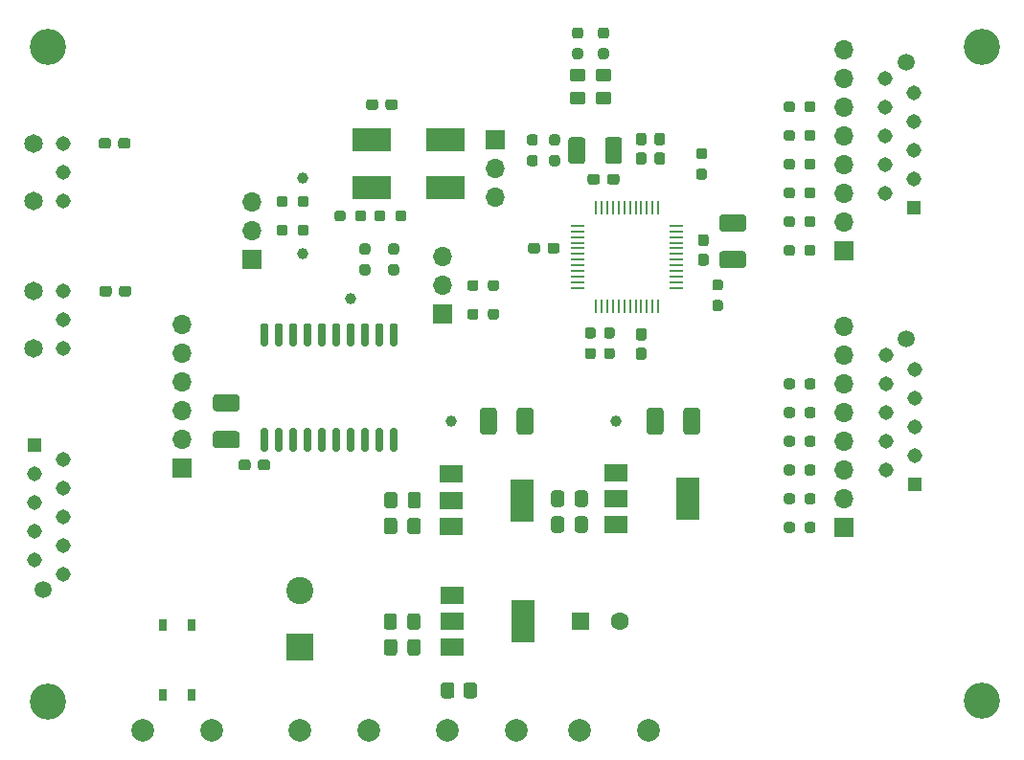
<source format=gbr>
G04 #@! TF.GenerationSoftware,KiCad,Pcbnew,(5.1.9-0-10_14)*
G04 #@! TF.CreationDate,2021-03-22T16:22:46+01:00*
G04 #@! TF.ProjectId,dac,6461632e-6b69-4636-9164-5f7063625858,rev?*
G04 #@! TF.SameCoordinates,Original*
G04 #@! TF.FileFunction,Soldermask,Top*
G04 #@! TF.FilePolarity,Negative*
%FSLAX46Y46*%
G04 Gerber Fmt 4.6, Leading zero omitted, Abs format (unit mm)*
G04 Created by KiCad (PCBNEW (5.1.9-0-10_14)) date 2021-03-22 16:22:46*
%MOMM*%
%LPD*%
G01*
G04 APERTURE LIST*
%ADD10C,1.308000*%
%ADD11C,1.650000*%
%ADD12C,2.000000*%
%ADD13C,1.000000*%
%ADD14R,1.308000X1.308000*%
%ADD15C,1.500000*%
%ADD16O,1.700000X1.700000*%
%ADD17R,1.700000X1.700000*%
%ADD18R,2.000000X1.500000*%
%ADD19R,2.000000X3.800000*%
%ADD20R,3.500000X2.000000*%
%ADD21C,1.600000*%
%ADD22R,1.600000X1.600000*%
%ADD23C,3.200000*%
%ADD24R,0.800000X1.000000*%
%ADD25C,2.400000*%
%ADD26R,2.400000X2.400000*%
%ADD27R,1.300000X0.250000*%
%ADD28R,0.250000X1.300000*%
G04 APERTURE END LIST*
D10*
X115025000Y-83185000D03*
X115025000Y-85725000D03*
X115025000Y-88265000D03*
D11*
X112395000Y-88265000D03*
X112395000Y-83185000D03*
D10*
X115025000Y-70104000D03*
X115025000Y-72644000D03*
X115025000Y-75184000D03*
D11*
X112395000Y-75184000D03*
X112395000Y-70104000D03*
G36*
G01*
X180527000Y-94154000D02*
X180527000Y-93679000D01*
G75*
G02*
X180764500Y-93441500I237500J0D01*
G01*
X181264500Y-93441500D01*
G75*
G02*
X181502000Y-93679000I0J-237500D01*
G01*
X181502000Y-94154000D01*
G75*
G02*
X181264500Y-94391500I-237500J0D01*
G01*
X180764500Y-94391500D01*
G75*
G02*
X180527000Y-94154000I0J237500D01*
G01*
G37*
G36*
G01*
X178702000Y-94154000D02*
X178702000Y-93679000D01*
G75*
G02*
X178939500Y-93441500I237500J0D01*
G01*
X179439500Y-93441500D01*
G75*
G02*
X179677000Y-93679000I0J-237500D01*
G01*
X179677000Y-94154000D01*
G75*
G02*
X179439500Y-94391500I-237500J0D01*
G01*
X178939500Y-94391500D01*
G75*
G02*
X178702000Y-94154000I0J237500D01*
G01*
G37*
G36*
G01*
X180527000Y-91614000D02*
X180527000Y-91139000D01*
G75*
G02*
X180764500Y-90901500I237500J0D01*
G01*
X181264500Y-90901500D01*
G75*
G02*
X181502000Y-91139000I0J-237500D01*
G01*
X181502000Y-91614000D01*
G75*
G02*
X181264500Y-91851500I-237500J0D01*
G01*
X180764500Y-91851500D01*
G75*
G02*
X180527000Y-91614000I0J237500D01*
G01*
G37*
G36*
G01*
X178702000Y-91614000D02*
X178702000Y-91139000D01*
G75*
G02*
X178939500Y-90901500I237500J0D01*
G01*
X179439500Y-90901500D01*
G75*
G02*
X179677000Y-91139000I0J-237500D01*
G01*
X179677000Y-91614000D01*
G75*
G02*
X179439500Y-91851500I-237500J0D01*
G01*
X178939500Y-91851500D01*
G75*
G02*
X178702000Y-91614000I0J237500D01*
G01*
G37*
G36*
G01*
X179677000Y-96219000D02*
X179677000Y-96694000D01*
G75*
G02*
X179439500Y-96931500I-237500J0D01*
G01*
X178939500Y-96931500D01*
G75*
G02*
X178702000Y-96694000I0J237500D01*
G01*
X178702000Y-96219000D01*
G75*
G02*
X178939500Y-95981500I237500J0D01*
G01*
X179439500Y-95981500D01*
G75*
G02*
X179677000Y-96219000I0J-237500D01*
G01*
G37*
G36*
G01*
X181502000Y-96219000D02*
X181502000Y-96694000D01*
G75*
G02*
X181264500Y-96931500I-237500J0D01*
G01*
X180764500Y-96931500D01*
G75*
G02*
X180527000Y-96694000I0J237500D01*
G01*
X180527000Y-96219000D01*
G75*
G02*
X180764500Y-95981500I237500J0D01*
G01*
X181264500Y-95981500D01*
G75*
G02*
X181502000Y-96219000I0J-237500D01*
G01*
G37*
G36*
G01*
X179677000Y-98759000D02*
X179677000Y-99234000D01*
G75*
G02*
X179439500Y-99471500I-237500J0D01*
G01*
X178939500Y-99471500D01*
G75*
G02*
X178702000Y-99234000I0J237500D01*
G01*
X178702000Y-98759000D01*
G75*
G02*
X178939500Y-98521500I237500J0D01*
G01*
X179439500Y-98521500D01*
G75*
G02*
X179677000Y-98759000I0J-237500D01*
G01*
G37*
G36*
G01*
X181502000Y-98759000D02*
X181502000Y-99234000D01*
G75*
G02*
X181264500Y-99471500I-237500J0D01*
G01*
X180764500Y-99471500D01*
G75*
G02*
X180527000Y-99234000I0J237500D01*
G01*
X180527000Y-98759000D01*
G75*
G02*
X180764500Y-98521500I237500J0D01*
G01*
X181264500Y-98521500D01*
G75*
G02*
X181502000Y-98759000I0J-237500D01*
G01*
G37*
G36*
G01*
X179677000Y-101299000D02*
X179677000Y-101774000D01*
G75*
G02*
X179439500Y-102011500I-237500J0D01*
G01*
X178939500Y-102011500D01*
G75*
G02*
X178702000Y-101774000I0J237500D01*
G01*
X178702000Y-101299000D01*
G75*
G02*
X178939500Y-101061500I237500J0D01*
G01*
X179439500Y-101061500D01*
G75*
G02*
X179677000Y-101299000I0J-237500D01*
G01*
G37*
G36*
G01*
X181502000Y-101299000D02*
X181502000Y-101774000D01*
G75*
G02*
X181264500Y-102011500I-237500J0D01*
G01*
X180764500Y-102011500D01*
G75*
G02*
X180527000Y-101774000I0J237500D01*
G01*
X180527000Y-101299000D01*
G75*
G02*
X180764500Y-101061500I237500J0D01*
G01*
X181264500Y-101061500D01*
G75*
G02*
X181502000Y-101299000I0J-237500D01*
G01*
G37*
G36*
G01*
X179677000Y-103839000D02*
X179677000Y-104314000D01*
G75*
G02*
X179439500Y-104551500I-237500J0D01*
G01*
X178939500Y-104551500D01*
G75*
G02*
X178702000Y-104314000I0J237500D01*
G01*
X178702000Y-103839000D01*
G75*
G02*
X178939500Y-103601500I237500J0D01*
G01*
X179439500Y-103601500D01*
G75*
G02*
X179677000Y-103839000I0J-237500D01*
G01*
G37*
G36*
G01*
X181502000Y-103839000D02*
X181502000Y-104314000D01*
G75*
G02*
X181264500Y-104551500I-237500J0D01*
G01*
X180764500Y-104551500D01*
G75*
G02*
X180527000Y-104314000I0J237500D01*
G01*
X180527000Y-103839000D01*
G75*
G02*
X180764500Y-103601500I237500J0D01*
G01*
X181264500Y-103601500D01*
G75*
G02*
X181502000Y-103839000I0J-237500D01*
G01*
G37*
G36*
G01*
X140800000Y-76755000D02*
X140800000Y-76280000D01*
G75*
G02*
X141037500Y-76042500I237500J0D01*
G01*
X141537500Y-76042500D01*
G75*
G02*
X141775000Y-76280000I0J-237500D01*
G01*
X141775000Y-76755000D01*
G75*
G02*
X141537500Y-76992500I-237500J0D01*
G01*
X141037500Y-76992500D01*
G75*
G02*
X140800000Y-76755000I0J237500D01*
G01*
G37*
G36*
G01*
X138975000Y-76755000D02*
X138975000Y-76280000D01*
G75*
G02*
X139212500Y-76042500I237500J0D01*
G01*
X139712500Y-76042500D01*
G75*
G02*
X139950000Y-76280000I0J-237500D01*
G01*
X139950000Y-76755000D01*
G75*
G02*
X139712500Y-76992500I-237500J0D01*
G01*
X139212500Y-76992500D01*
G75*
G02*
X138975000Y-76755000I0J237500D01*
G01*
G37*
G36*
G01*
X144339500Y-76755000D02*
X144339500Y-76280000D01*
G75*
G02*
X144577000Y-76042500I237500J0D01*
G01*
X145077000Y-76042500D01*
G75*
G02*
X145314500Y-76280000I0J-237500D01*
G01*
X145314500Y-76755000D01*
G75*
G02*
X145077000Y-76992500I-237500J0D01*
G01*
X144577000Y-76992500D01*
G75*
G02*
X144339500Y-76755000I0J237500D01*
G01*
G37*
G36*
G01*
X142514500Y-76755000D02*
X142514500Y-76280000D01*
G75*
G02*
X142752000Y-76042500I237500J0D01*
G01*
X143252000Y-76042500D01*
G75*
G02*
X143489500Y-76280000I0J-237500D01*
G01*
X143489500Y-76755000D01*
G75*
G02*
X143252000Y-76992500I-237500J0D01*
G01*
X142752000Y-76992500D01*
G75*
G02*
X142514500Y-76755000I0J237500D01*
G01*
G37*
G36*
G01*
X173084500Y-83115600D02*
X172609500Y-83115600D01*
G75*
G02*
X172372000Y-82878100I0J237500D01*
G01*
X172372000Y-82378100D01*
G75*
G02*
X172609500Y-82140600I237500J0D01*
G01*
X173084500Y-82140600D01*
G75*
G02*
X173322000Y-82378100I0J-237500D01*
G01*
X173322000Y-82878100D01*
G75*
G02*
X173084500Y-83115600I-237500J0D01*
G01*
G37*
G36*
G01*
X173084500Y-84940600D02*
X172609500Y-84940600D01*
G75*
G02*
X172372000Y-84703100I0J237500D01*
G01*
X172372000Y-84203100D01*
G75*
G02*
X172609500Y-83965600I237500J0D01*
G01*
X173084500Y-83965600D01*
G75*
G02*
X173322000Y-84203100I0J-237500D01*
G01*
X173322000Y-84703100D01*
G75*
G02*
X173084500Y-84940600I-237500J0D01*
G01*
G37*
G36*
G01*
X156701500Y-70290500D02*
X156226500Y-70290500D01*
G75*
G02*
X155989000Y-70053000I0J237500D01*
G01*
X155989000Y-69553000D01*
G75*
G02*
X156226500Y-69315500I237500J0D01*
G01*
X156701500Y-69315500D01*
G75*
G02*
X156939000Y-69553000I0J-237500D01*
G01*
X156939000Y-70053000D01*
G75*
G02*
X156701500Y-70290500I-237500J0D01*
G01*
G37*
G36*
G01*
X156701500Y-72115500D02*
X156226500Y-72115500D01*
G75*
G02*
X155989000Y-71878000I0J237500D01*
G01*
X155989000Y-71378000D01*
G75*
G02*
X156226500Y-71140500I237500J0D01*
G01*
X156701500Y-71140500D01*
G75*
G02*
X156939000Y-71378000I0J-237500D01*
G01*
X156939000Y-71878000D01*
G75*
G02*
X156701500Y-72115500I-237500J0D01*
G01*
G37*
G36*
G01*
X158670000Y-70290500D02*
X158195000Y-70290500D01*
G75*
G02*
X157957500Y-70053000I0J237500D01*
G01*
X157957500Y-69553000D01*
G75*
G02*
X158195000Y-69315500I237500J0D01*
G01*
X158670000Y-69315500D01*
G75*
G02*
X158907500Y-69553000I0J-237500D01*
G01*
X158907500Y-70053000D01*
G75*
G02*
X158670000Y-70290500I-237500J0D01*
G01*
G37*
G36*
G01*
X158670000Y-72115500D02*
X158195000Y-72115500D01*
G75*
G02*
X157957500Y-71878000I0J237500D01*
G01*
X157957500Y-71378000D01*
G75*
G02*
X158195000Y-71140500I237500J0D01*
G01*
X158670000Y-71140500D01*
G75*
G02*
X158907500Y-71378000I0J-237500D01*
G01*
X158907500Y-71878000D01*
G75*
G02*
X158670000Y-72115500I-237500J0D01*
G01*
G37*
G36*
G01*
X179677000Y-71708000D02*
X179677000Y-72183000D01*
G75*
G02*
X179439500Y-72420500I-237500J0D01*
G01*
X178939500Y-72420500D01*
G75*
G02*
X178702000Y-72183000I0J237500D01*
G01*
X178702000Y-71708000D01*
G75*
G02*
X178939500Y-71470500I237500J0D01*
G01*
X179439500Y-71470500D01*
G75*
G02*
X179677000Y-71708000I0J-237500D01*
G01*
G37*
G36*
G01*
X181502000Y-71708000D02*
X181502000Y-72183000D01*
G75*
G02*
X181264500Y-72420500I-237500J0D01*
G01*
X180764500Y-72420500D01*
G75*
G02*
X180527000Y-72183000I0J237500D01*
G01*
X180527000Y-71708000D01*
G75*
G02*
X180764500Y-71470500I237500J0D01*
G01*
X181264500Y-71470500D01*
G75*
G02*
X181502000Y-71708000I0J-237500D01*
G01*
G37*
G36*
G01*
X179677000Y-74248000D02*
X179677000Y-74723000D01*
G75*
G02*
X179439500Y-74960500I-237500J0D01*
G01*
X178939500Y-74960500D01*
G75*
G02*
X178702000Y-74723000I0J237500D01*
G01*
X178702000Y-74248000D01*
G75*
G02*
X178939500Y-74010500I237500J0D01*
G01*
X179439500Y-74010500D01*
G75*
G02*
X179677000Y-74248000I0J-237500D01*
G01*
G37*
G36*
G01*
X181502000Y-74248000D02*
X181502000Y-74723000D01*
G75*
G02*
X181264500Y-74960500I-237500J0D01*
G01*
X180764500Y-74960500D01*
G75*
G02*
X180527000Y-74723000I0J237500D01*
G01*
X180527000Y-74248000D01*
G75*
G02*
X180764500Y-74010500I237500J0D01*
G01*
X181264500Y-74010500D01*
G75*
G02*
X181502000Y-74248000I0J-237500D01*
G01*
G37*
G36*
G01*
X179677000Y-76788000D02*
X179677000Y-77263000D01*
G75*
G02*
X179439500Y-77500500I-237500J0D01*
G01*
X178939500Y-77500500D01*
G75*
G02*
X178702000Y-77263000I0J237500D01*
G01*
X178702000Y-76788000D01*
G75*
G02*
X178939500Y-76550500I237500J0D01*
G01*
X179439500Y-76550500D01*
G75*
G02*
X179677000Y-76788000I0J-237500D01*
G01*
G37*
G36*
G01*
X181502000Y-76788000D02*
X181502000Y-77263000D01*
G75*
G02*
X181264500Y-77500500I-237500J0D01*
G01*
X180764500Y-77500500D01*
G75*
G02*
X180527000Y-77263000I0J237500D01*
G01*
X180527000Y-76788000D01*
G75*
G02*
X180764500Y-76550500I237500J0D01*
G01*
X181264500Y-76550500D01*
G75*
G02*
X181502000Y-76788000I0J-237500D01*
G01*
G37*
G36*
G01*
X171187100Y-72334300D02*
X171662100Y-72334300D01*
G75*
G02*
X171899600Y-72571800I0J-237500D01*
G01*
X171899600Y-73071800D01*
G75*
G02*
X171662100Y-73309300I-237500J0D01*
G01*
X171187100Y-73309300D01*
G75*
G02*
X170949600Y-73071800I0J237500D01*
G01*
X170949600Y-72571800D01*
G75*
G02*
X171187100Y-72334300I237500J0D01*
G01*
G37*
G36*
G01*
X171187100Y-70509300D02*
X171662100Y-70509300D01*
G75*
G02*
X171899600Y-70746800I0J-237500D01*
G01*
X171899600Y-71246800D01*
G75*
G02*
X171662100Y-71484300I-237500J0D01*
G01*
X171187100Y-71484300D01*
G75*
G02*
X170949600Y-71246800I0J237500D01*
G01*
X170949600Y-70746800D01*
G75*
G02*
X171187100Y-70509300I237500J0D01*
G01*
G37*
G36*
G01*
X180527000Y-67103000D02*
X180527000Y-66628000D01*
G75*
G02*
X180764500Y-66390500I237500J0D01*
G01*
X181264500Y-66390500D01*
G75*
G02*
X181502000Y-66628000I0J-237500D01*
G01*
X181502000Y-67103000D01*
G75*
G02*
X181264500Y-67340500I-237500J0D01*
G01*
X180764500Y-67340500D01*
G75*
G02*
X180527000Y-67103000I0J237500D01*
G01*
G37*
G36*
G01*
X178702000Y-67103000D02*
X178702000Y-66628000D01*
G75*
G02*
X178939500Y-66390500I237500J0D01*
G01*
X179439500Y-66390500D01*
G75*
G02*
X179677000Y-66628000I0J-237500D01*
G01*
X179677000Y-67103000D01*
G75*
G02*
X179439500Y-67340500I-237500J0D01*
G01*
X178939500Y-67340500D01*
G75*
G02*
X178702000Y-67103000I0J237500D01*
G01*
G37*
G36*
G01*
X161357300Y-88205500D02*
X161832300Y-88205500D01*
G75*
G02*
X162069800Y-88443000I0J-237500D01*
G01*
X162069800Y-88943000D01*
G75*
G02*
X161832300Y-89180500I-237500J0D01*
G01*
X161357300Y-89180500D01*
G75*
G02*
X161119800Y-88943000I0J237500D01*
G01*
X161119800Y-88443000D01*
G75*
G02*
X161357300Y-88205500I237500J0D01*
G01*
G37*
G36*
G01*
X161357300Y-86380500D02*
X161832300Y-86380500D01*
G75*
G02*
X162069800Y-86618000I0J-237500D01*
G01*
X162069800Y-87118000D01*
G75*
G02*
X161832300Y-87355500I-237500J0D01*
G01*
X161357300Y-87355500D01*
G75*
G02*
X161119800Y-87118000I0J237500D01*
G01*
X161119800Y-86618000D01*
G75*
G02*
X161357300Y-86380500I237500J0D01*
G01*
G37*
G36*
G01*
X163033700Y-88205500D02*
X163508700Y-88205500D01*
G75*
G02*
X163746200Y-88443000I0J-237500D01*
G01*
X163746200Y-88943000D01*
G75*
G02*
X163508700Y-89180500I-237500J0D01*
G01*
X163033700Y-89180500D01*
G75*
G02*
X162796200Y-88943000I0J237500D01*
G01*
X162796200Y-88443000D01*
G75*
G02*
X163033700Y-88205500I237500J0D01*
G01*
G37*
G36*
G01*
X163033700Y-86380500D02*
X163508700Y-86380500D01*
G75*
G02*
X163746200Y-86618000I0J-237500D01*
G01*
X163746200Y-87118000D01*
G75*
G02*
X163508700Y-87355500I-237500J0D01*
G01*
X163033700Y-87355500D01*
G75*
G02*
X162796200Y-87118000I0J237500D01*
G01*
X162796200Y-86618000D01*
G75*
G02*
X163033700Y-86380500I237500J0D01*
G01*
G37*
G36*
G01*
X151693700Y-82439500D02*
X151693700Y-82914500D01*
G75*
G02*
X151456200Y-83152000I-237500J0D01*
G01*
X150956200Y-83152000D01*
G75*
G02*
X150718700Y-82914500I0J237500D01*
G01*
X150718700Y-82439500D01*
G75*
G02*
X150956200Y-82202000I237500J0D01*
G01*
X151456200Y-82202000D01*
G75*
G02*
X151693700Y-82439500I0J-237500D01*
G01*
G37*
G36*
G01*
X153518700Y-82439500D02*
X153518700Y-82914500D01*
G75*
G02*
X153281200Y-83152000I-237500J0D01*
G01*
X152781200Y-83152000D01*
G75*
G02*
X152543700Y-82914500I0J237500D01*
G01*
X152543700Y-82439500D01*
G75*
G02*
X152781200Y-82202000I237500J0D01*
G01*
X153281200Y-82202000D01*
G75*
G02*
X153518700Y-82439500I0J-237500D01*
G01*
G37*
G36*
G01*
X151693700Y-84979500D02*
X151693700Y-85454500D01*
G75*
G02*
X151456200Y-85692000I-237500J0D01*
G01*
X150956200Y-85692000D01*
G75*
G02*
X150718700Y-85454500I0J237500D01*
G01*
X150718700Y-84979500D01*
G75*
G02*
X150956200Y-84742000I237500J0D01*
G01*
X151456200Y-84742000D01*
G75*
G02*
X151693700Y-84979500I0J-237500D01*
G01*
G37*
G36*
G01*
X153518700Y-84979500D02*
X153518700Y-85454500D01*
G75*
G02*
X153281200Y-85692000I-237500J0D01*
G01*
X152781200Y-85692000D01*
G75*
G02*
X152543700Y-85454500I0J237500D01*
G01*
X152543700Y-84979500D01*
G75*
G02*
X152781200Y-84742000I237500J0D01*
G01*
X153281200Y-84742000D01*
G75*
G02*
X153518700Y-84979500I0J-237500D01*
G01*
G37*
G36*
G01*
X134853500Y-77550000D02*
X134853500Y-78025000D01*
G75*
G02*
X134616000Y-78262500I-237500J0D01*
G01*
X134116000Y-78262500D01*
G75*
G02*
X133878500Y-78025000I0J237500D01*
G01*
X133878500Y-77550000D01*
G75*
G02*
X134116000Y-77312500I237500J0D01*
G01*
X134616000Y-77312500D01*
G75*
G02*
X134853500Y-77550000I0J-237500D01*
G01*
G37*
G36*
G01*
X136678500Y-77550000D02*
X136678500Y-78025000D01*
G75*
G02*
X136441000Y-78262500I-237500J0D01*
G01*
X135941000Y-78262500D01*
G75*
G02*
X135703500Y-78025000I0J237500D01*
G01*
X135703500Y-77550000D01*
G75*
G02*
X135941000Y-77312500I237500J0D01*
G01*
X136441000Y-77312500D01*
G75*
G02*
X136678500Y-77550000I0J-237500D01*
G01*
G37*
G36*
G01*
X180527000Y-69643000D02*
X180527000Y-69168000D01*
G75*
G02*
X180764500Y-68930500I237500J0D01*
G01*
X181264500Y-68930500D01*
G75*
G02*
X181502000Y-69168000I0J-237500D01*
G01*
X181502000Y-69643000D01*
G75*
G02*
X181264500Y-69880500I-237500J0D01*
G01*
X180764500Y-69880500D01*
G75*
G02*
X180527000Y-69643000I0J237500D01*
G01*
G37*
G36*
G01*
X178702000Y-69643000D02*
X178702000Y-69168000D01*
G75*
G02*
X178939500Y-68930500I237500J0D01*
G01*
X179439500Y-68930500D01*
G75*
G02*
X179677000Y-69168000I0J-237500D01*
G01*
X179677000Y-69643000D01*
G75*
G02*
X179439500Y-69880500I-237500J0D01*
G01*
X178939500Y-69880500D01*
G75*
G02*
X178702000Y-69643000I0J237500D01*
G01*
G37*
G36*
G01*
X179677000Y-79328000D02*
X179677000Y-79803000D01*
G75*
G02*
X179439500Y-80040500I-237500J0D01*
G01*
X178939500Y-80040500D01*
G75*
G02*
X178702000Y-79803000I0J237500D01*
G01*
X178702000Y-79328000D01*
G75*
G02*
X178939500Y-79090500I237500J0D01*
G01*
X179439500Y-79090500D01*
G75*
G02*
X179677000Y-79328000I0J-237500D01*
G01*
G37*
G36*
G01*
X181502000Y-79328000D02*
X181502000Y-79803000D01*
G75*
G02*
X181264500Y-80040500I-237500J0D01*
G01*
X180764500Y-80040500D01*
G75*
G02*
X180527000Y-79803000I0J237500D01*
G01*
X180527000Y-79328000D01*
G75*
G02*
X180764500Y-79090500I237500J0D01*
G01*
X181264500Y-79090500D01*
G75*
G02*
X181502000Y-79328000I0J-237500D01*
G01*
G37*
G36*
G01*
X162513000Y-61679000D02*
X162988000Y-61679000D01*
G75*
G02*
X163225500Y-61916500I0J-237500D01*
G01*
X163225500Y-62416500D01*
G75*
G02*
X162988000Y-62654000I-237500J0D01*
G01*
X162513000Y-62654000D01*
G75*
G02*
X162275500Y-62416500I0J237500D01*
G01*
X162275500Y-61916500D01*
G75*
G02*
X162513000Y-61679000I237500J0D01*
G01*
G37*
G36*
G01*
X162513000Y-59854000D02*
X162988000Y-59854000D01*
G75*
G02*
X163225500Y-60091500I0J-237500D01*
G01*
X163225500Y-60591500D01*
G75*
G02*
X162988000Y-60829000I-237500J0D01*
G01*
X162513000Y-60829000D01*
G75*
G02*
X162275500Y-60591500I0J237500D01*
G01*
X162275500Y-60091500D01*
G75*
G02*
X162513000Y-59854000I237500J0D01*
G01*
G37*
G36*
G01*
X160227000Y-61679000D02*
X160702000Y-61679000D01*
G75*
G02*
X160939500Y-61916500I0J-237500D01*
G01*
X160939500Y-62416500D01*
G75*
G02*
X160702000Y-62654000I-237500J0D01*
G01*
X160227000Y-62654000D01*
G75*
G02*
X159989500Y-62416500I0J237500D01*
G01*
X159989500Y-61916500D01*
G75*
G02*
X160227000Y-61679000I237500J0D01*
G01*
G37*
G36*
G01*
X160227000Y-59854000D02*
X160702000Y-59854000D01*
G75*
G02*
X160939500Y-60091500I0J-237500D01*
G01*
X160939500Y-60591500D01*
G75*
G02*
X160702000Y-60829000I-237500J0D01*
G01*
X160227000Y-60829000D01*
G75*
G02*
X159989500Y-60591500I0J237500D01*
G01*
X159989500Y-60091500D01*
G75*
G02*
X160227000Y-59854000I237500J0D01*
G01*
G37*
G36*
G01*
X134853500Y-75010000D02*
X134853500Y-75485000D01*
G75*
G02*
X134616000Y-75722500I-237500J0D01*
G01*
X134116000Y-75722500D01*
G75*
G02*
X133878500Y-75485000I0J237500D01*
G01*
X133878500Y-75010000D01*
G75*
G02*
X134116000Y-74772500I237500J0D01*
G01*
X134616000Y-74772500D01*
G75*
G02*
X134853500Y-75010000I0J-237500D01*
G01*
G37*
G36*
G01*
X136678500Y-75010000D02*
X136678500Y-75485000D01*
G75*
G02*
X136441000Y-75722500I-237500J0D01*
G01*
X135941000Y-75722500D01*
G75*
G02*
X135703500Y-75485000I0J237500D01*
G01*
X135703500Y-75010000D01*
G75*
G02*
X135941000Y-74772500I237500J0D01*
G01*
X136441000Y-74772500D01*
G75*
G02*
X136678500Y-75010000I0J-237500D01*
G01*
G37*
D12*
X141986000Y-122047000D03*
X135890000Y-122047000D03*
G36*
G01*
X141431000Y-80792500D02*
X141906000Y-80792500D01*
G75*
G02*
X142143500Y-81030000I0J-237500D01*
G01*
X142143500Y-81530000D01*
G75*
G02*
X141906000Y-81767500I-237500J0D01*
G01*
X141431000Y-81767500D01*
G75*
G02*
X141193500Y-81530000I0J237500D01*
G01*
X141193500Y-81030000D01*
G75*
G02*
X141431000Y-80792500I237500J0D01*
G01*
G37*
G36*
G01*
X141431000Y-78967500D02*
X141906000Y-78967500D01*
G75*
G02*
X142143500Y-79205000I0J-237500D01*
G01*
X142143500Y-79705000D01*
G75*
G02*
X141906000Y-79942500I-237500J0D01*
G01*
X141431000Y-79942500D01*
G75*
G02*
X141193500Y-79705000I0J237500D01*
G01*
X141193500Y-79205000D01*
G75*
G02*
X141431000Y-78967500I237500J0D01*
G01*
G37*
G36*
G01*
X143971000Y-80792500D02*
X144446000Y-80792500D01*
G75*
G02*
X144683500Y-81030000I0J-237500D01*
G01*
X144683500Y-81530000D01*
G75*
G02*
X144446000Y-81767500I-237500J0D01*
G01*
X143971000Y-81767500D01*
G75*
G02*
X143733500Y-81530000I0J237500D01*
G01*
X143733500Y-81030000D01*
G75*
G02*
X143971000Y-80792500I237500J0D01*
G01*
G37*
G36*
G01*
X143971000Y-78967500D02*
X144446000Y-78967500D01*
G75*
G02*
X144683500Y-79205000I0J-237500D01*
G01*
X144683500Y-79705000D01*
G75*
G02*
X144446000Y-79942500I-237500J0D01*
G01*
X143971000Y-79942500D01*
G75*
G02*
X143733500Y-79705000I0J237500D01*
G01*
X143733500Y-79205000D01*
G75*
G02*
X143971000Y-78967500I237500J0D01*
G01*
G37*
G36*
G01*
X166328100Y-87532500D02*
X165853100Y-87532500D01*
G75*
G02*
X165615600Y-87295000I0J237500D01*
G01*
X165615600Y-86695000D01*
G75*
G02*
X165853100Y-86457500I237500J0D01*
G01*
X166328100Y-86457500D01*
G75*
G02*
X166565600Y-86695000I0J-237500D01*
G01*
X166565600Y-87295000D01*
G75*
G02*
X166328100Y-87532500I-237500J0D01*
G01*
G37*
G36*
G01*
X166328100Y-89257500D02*
X165853100Y-89257500D01*
G75*
G02*
X165615600Y-89020000I0J237500D01*
G01*
X165615600Y-88420000D01*
G75*
G02*
X165853100Y-88182500I237500J0D01*
G01*
X166328100Y-88182500D01*
G75*
G02*
X166565600Y-88420000I0J-237500D01*
G01*
X166565600Y-89020000D01*
G75*
G02*
X166328100Y-89257500I-237500J0D01*
G01*
G37*
G36*
G01*
X157805000Y-79612500D02*
X157805000Y-79137500D01*
G75*
G02*
X158042500Y-78900000I237500J0D01*
G01*
X158642500Y-78900000D01*
G75*
G02*
X158880000Y-79137500I0J-237500D01*
G01*
X158880000Y-79612500D01*
G75*
G02*
X158642500Y-79850000I-237500J0D01*
G01*
X158042500Y-79850000D01*
G75*
G02*
X157805000Y-79612500I0J237500D01*
G01*
G37*
G36*
G01*
X156080000Y-79612500D02*
X156080000Y-79137500D01*
G75*
G02*
X156317500Y-78900000I237500J0D01*
G01*
X156917500Y-78900000D01*
G75*
G02*
X157155000Y-79137500I0J-237500D01*
G01*
X157155000Y-79612500D01*
G75*
G02*
X156917500Y-79850000I-237500J0D01*
G01*
X156317500Y-79850000D01*
G75*
G02*
X156080000Y-79612500I0J237500D01*
G01*
G37*
G36*
G01*
X163075500Y-73516500D02*
X163075500Y-73041500D01*
G75*
G02*
X163313000Y-72804000I237500J0D01*
G01*
X163913000Y-72804000D01*
G75*
G02*
X164150500Y-73041500I0J-237500D01*
G01*
X164150500Y-73516500D01*
G75*
G02*
X163913000Y-73754000I-237500J0D01*
G01*
X163313000Y-73754000D01*
G75*
G02*
X163075500Y-73516500I0J237500D01*
G01*
G37*
G36*
G01*
X161350500Y-73516500D02*
X161350500Y-73041500D01*
G75*
G02*
X161588000Y-72804000I237500J0D01*
G01*
X162188000Y-72804000D01*
G75*
G02*
X162425500Y-73041500I0J-237500D01*
G01*
X162425500Y-73516500D01*
G75*
G02*
X162188000Y-73754000I-237500J0D01*
G01*
X161588000Y-73754000D01*
G75*
G02*
X161350500Y-73516500I0J237500D01*
G01*
G37*
G36*
G01*
X171339500Y-79853500D02*
X171814500Y-79853500D01*
G75*
G02*
X172052000Y-80091000I0J-237500D01*
G01*
X172052000Y-80691000D01*
G75*
G02*
X171814500Y-80928500I-237500J0D01*
G01*
X171339500Y-80928500D01*
G75*
G02*
X171102000Y-80691000I0J237500D01*
G01*
X171102000Y-80091000D01*
G75*
G02*
X171339500Y-79853500I237500J0D01*
G01*
G37*
G36*
G01*
X171339500Y-78128500D02*
X171814500Y-78128500D01*
G75*
G02*
X172052000Y-78366000I0J-237500D01*
G01*
X172052000Y-78966000D01*
G75*
G02*
X171814500Y-79203500I-237500J0D01*
G01*
X171339500Y-79203500D01*
G75*
G02*
X171102000Y-78966000I0J237500D01*
G01*
X171102000Y-78366000D01*
G75*
G02*
X171339500Y-78128500I237500J0D01*
G01*
G37*
G36*
G01*
X143491000Y-66912500D02*
X143491000Y-66437500D01*
G75*
G02*
X143728500Y-66200000I237500J0D01*
G01*
X144328500Y-66200000D01*
G75*
G02*
X144566000Y-66437500I0J-237500D01*
G01*
X144566000Y-66912500D01*
G75*
G02*
X144328500Y-67150000I-237500J0D01*
G01*
X143728500Y-67150000D01*
G75*
G02*
X143491000Y-66912500I0J237500D01*
G01*
G37*
G36*
G01*
X141766000Y-66912500D02*
X141766000Y-66437500D01*
G75*
G02*
X142003500Y-66200000I237500J0D01*
G01*
X142603500Y-66200000D01*
G75*
G02*
X142841000Y-66437500I0J-237500D01*
G01*
X142841000Y-66912500D01*
G75*
G02*
X142603500Y-67150000I-237500J0D01*
G01*
X142003500Y-67150000D01*
G75*
G02*
X141766000Y-66912500I0J237500D01*
G01*
G37*
G36*
G01*
X132214500Y-98789500D02*
X132214500Y-98314500D01*
G75*
G02*
X132452000Y-98077000I237500J0D01*
G01*
X133052000Y-98077000D01*
G75*
G02*
X133289500Y-98314500I0J-237500D01*
G01*
X133289500Y-98789500D01*
G75*
G02*
X133052000Y-99027000I-237500J0D01*
G01*
X132452000Y-99027000D01*
G75*
G02*
X132214500Y-98789500I0J237500D01*
G01*
G37*
G36*
G01*
X130489500Y-98789500D02*
X130489500Y-98314500D01*
G75*
G02*
X130727000Y-98077000I237500J0D01*
G01*
X131327000Y-98077000D01*
G75*
G02*
X131564500Y-98314500I0J-237500D01*
G01*
X131564500Y-98789500D01*
G75*
G02*
X131327000Y-99027000I-237500J0D01*
G01*
X130727000Y-99027000D01*
G75*
G02*
X130489500Y-98789500I0J237500D01*
G01*
G37*
G36*
G01*
X119282500Y-82947500D02*
X119282500Y-83422500D01*
G75*
G02*
X119045000Y-83660000I-237500J0D01*
G01*
X118445000Y-83660000D01*
G75*
G02*
X118207500Y-83422500I0J237500D01*
G01*
X118207500Y-82947500D01*
G75*
G02*
X118445000Y-82710000I237500J0D01*
G01*
X119045000Y-82710000D01*
G75*
G02*
X119282500Y-82947500I0J-237500D01*
G01*
G37*
G36*
G01*
X121007500Y-82947500D02*
X121007500Y-83422500D01*
G75*
G02*
X120770000Y-83660000I-237500J0D01*
G01*
X120170000Y-83660000D01*
G75*
G02*
X119932500Y-83422500I0J237500D01*
G01*
X119932500Y-82947500D01*
G75*
G02*
X120170000Y-82710000I237500J0D01*
G01*
X120770000Y-82710000D01*
G75*
G02*
X121007500Y-82947500I0J-237500D01*
G01*
G37*
G36*
G01*
X119219000Y-69866500D02*
X119219000Y-70341500D01*
G75*
G02*
X118981500Y-70579000I-237500J0D01*
G01*
X118381500Y-70579000D01*
G75*
G02*
X118144000Y-70341500I0J237500D01*
G01*
X118144000Y-69866500D01*
G75*
G02*
X118381500Y-69629000I237500J0D01*
G01*
X118981500Y-69629000D01*
G75*
G02*
X119219000Y-69866500I0J-237500D01*
G01*
G37*
G36*
G01*
X120944000Y-69866500D02*
X120944000Y-70341500D01*
G75*
G02*
X120706500Y-70579000I-237500J0D01*
G01*
X120106500Y-70579000D01*
G75*
G02*
X119869000Y-70341500I0J237500D01*
G01*
X119869000Y-69866500D01*
G75*
G02*
X120106500Y-69629000I237500J0D01*
G01*
X120706500Y-69629000D01*
G75*
G02*
X120944000Y-69866500I0J-237500D01*
G01*
G37*
G36*
G01*
X167953700Y-70262700D02*
X167478700Y-70262700D01*
G75*
G02*
X167241200Y-70025200I0J237500D01*
G01*
X167241200Y-69425200D01*
G75*
G02*
X167478700Y-69187700I237500J0D01*
G01*
X167953700Y-69187700D01*
G75*
G02*
X168191200Y-69425200I0J-237500D01*
G01*
X168191200Y-70025200D01*
G75*
G02*
X167953700Y-70262700I-237500J0D01*
G01*
G37*
G36*
G01*
X167953700Y-71987700D02*
X167478700Y-71987700D01*
G75*
G02*
X167241200Y-71750200I0J237500D01*
G01*
X167241200Y-71150200D01*
G75*
G02*
X167478700Y-70912700I237500J0D01*
G01*
X167953700Y-70912700D01*
G75*
G02*
X168191200Y-71150200I0J-237500D01*
G01*
X168191200Y-71750200D01*
G75*
G02*
X167953700Y-71987700I-237500J0D01*
G01*
G37*
G36*
G01*
X165853100Y-70912700D02*
X166328100Y-70912700D01*
G75*
G02*
X166565600Y-71150200I0J-237500D01*
G01*
X166565600Y-71750200D01*
G75*
G02*
X166328100Y-71987700I-237500J0D01*
G01*
X165853100Y-71987700D01*
G75*
G02*
X165615600Y-71750200I0J237500D01*
G01*
X165615600Y-71150200D01*
G75*
G02*
X165853100Y-70912700I237500J0D01*
G01*
G37*
G36*
G01*
X165853100Y-69187700D02*
X166328100Y-69187700D01*
G75*
G02*
X166565600Y-69425200I0J-237500D01*
G01*
X166565600Y-70025200D01*
G75*
G02*
X166328100Y-70262700I-237500J0D01*
G01*
X165853100Y-70262700D01*
G75*
G02*
X165615600Y-70025200I0J237500D01*
G01*
X165615600Y-69425200D01*
G75*
G02*
X165853100Y-69187700I237500J0D01*
G01*
G37*
D13*
X136207500Y-79819500D03*
D14*
X190246000Y-100266500D03*
D10*
X187706000Y-98996500D03*
X190246000Y-97726500D03*
X187706000Y-96456500D03*
X190246000Y-95186500D03*
X187706000Y-93916500D03*
X190246000Y-92646500D03*
X187706000Y-91376500D03*
X190246000Y-90106500D03*
X187706000Y-88836500D03*
D15*
X189506000Y-87436500D03*
D16*
X184023000Y-86296500D03*
X184023000Y-88836500D03*
X184023000Y-91376500D03*
X184023000Y-93916500D03*
X184023000Y-96456500D03*
X184023000Y-98996500D03*
X184023000Y-101536500D03*
D17*
X184023000Y-104076500D03*
D16*
X153162000Y-74866500D03*
X153162000Y-72326500D03*
D17*
X153162000Y-69786500D03*
D16*
X131699000Y-75247500D03*
X131699000Y-77787500D03*
D17*
X131699000Y-80327500D03*
D16*
X184023000Y-61785500D03*
X184023000Y-64325500D03*
X184023000Y-66865500D03*
X184023000Y-69405500D03*
X184023000Y-71945500D03*
X184023000Y-74485500D03*
X184023000Y-77025500D03*
D17*
X184023000Y-79565500D03*
D16*
X148526500Y-80137000D03*
X148526500Y-82677000D03*
D17*
X148526500Y-85217000D03*
D14*
X112458500Y-96774000D03*
D10*
X114998500Y-98044000D03*
X112458500Y-99314000D03*
X114998500Y-100584000D03*
X112458500Y-101854000D03*
X114998500Y-103124000D03*
X112458500Y-104394000D03*
X114998500Y-105664000D03*
X112458500Y-106934000D03*
X114998500Y-108204000D03*
D15*
X113198500Y-109604000D03*
D18*
X163893500Y-99222500D03*
X163893500Y-103822500D03*
X163893500Y-101522500D03*
D19*
X170193500Y-101522500D03*
D18*
X149275000Y-99363500D03*
X149275000Y-103963500D03*
X149275000Y-101663500D03*
D19*
X155575000Y-101663500D03*
D18*
X149352000Y-110081000D03*
X149352000Y-114681000D03*
X149352000Y-112381000D03*
D19*
X155652000Y-112381000D03*
D20*
X142292000Y-69782000D03*
X148792000Y-69782000D03*
X148792000Y-73982000D03*
X142292000Y-73982000D03*
D13*
X163893500Y-94678500D03*
X149288500Y-94678500D03*
X140398500Y-83820000D03*
X136207500Y-73152000D03*
D14*
X190224000Y-75755500D03*
D10*
X187684000Y-74485500D03*
X190224000Y-73215500D03*
X187684000Y-71945500D03*
X190224000Y-70675500D03*
X187684000Y-69405500D03*
X190224000Y-68135500D03*
X187684000Y-66865500D03*
X190224000Y-65595500D03*
X187684000Y-64325500D03*
D15*
X189484000Y-62925500D03*
G36*
G01*
X169811000Y-95603500D02*
X169811000Y-93753500D01*
G75*
G02*
X170061000Y-93503500I250000J0D01*
G01*
X171061000Y-93503500D01*
G75*
G02*
X171311000Y-93753500I0J-250000D01*
G01*
X171311000Y-95603500D01*
G75*
G02*
X171061000Y-95853500I-250000J0D01*
G01*
X170061000Y-95853500D01*
G75*
G02*
X169811000Y-95603500I0J250000D01*
G01*
G37*
G36*
G01*
X166561000Y-95603500D02*
X166561000Y-93753500D01*
G75*
G02*
X166811000Y-93503500I250000J0D01*
G01*
X167811000Y-93503500D01*
G75*
G02*
X168061000Y-93753500I0J-250000D01*
G01*
X168061000Y-95603500D01*
G75*
G02*
X167811000Y-95853500I-250000J0D01*
G01*
X166811000Y-95853500D01*
G75*
G02*
X166561000Y-95603500I0J250000D01*
G01*
G37*
G36*
G01*
X155079000Y-95603500D02*
X155079000Y-93753500D01*
G75*
G02*
X155329000Y-93503500I250000J0D01*
G01*
X156329000Y-93503500D01*
G75*
G02*
X156579000Y-93753500I0J-250000D01*
G01*
X156579000Y-95603500D01*
G75*
G02*
X156329000Y-95853500I-250000J0D01*
G01*
X155329000Y-95853500D01*
G75*
G02*
X155079000Y-95603500I0J250000D01*
G01*
G37*
G36*
G01*
X151829000Y-95603500D02*
X151829000Y-93753500D01*
G75*
G02*
X152079000Y-93503500I250000J0D01*
G01*
X153079000Y-93503500D01*
G75*
G02*
X153329000Y-93753500I0J-250000D01*
G01*
X153329000Y-95603500D01*
G75*
G02*
X153079000Y-95853500I-250000J0D01*
G01*
X152079000Y-95853500D01*
G75*
G02*
X151829000Y-95603500I0J250000D01*
G01*
G37*
G36*
G01*
X159294500Y-101061500D02*
X159294500Y-102011500D01*
G75*
G02*
X159044500Y-102261500I-250000J0D01*
G01*
X158369500Y-102261500D01*
G75*
G02*
X158119500Y-102011500I0J250000D01*
G01*
X158119500Y-101061500D01*
G75*
G02*
X158369500Y-100811500I250000J0D01*
G01*
X159044500Y-100811500D01*
G75*
G02*
X159294500Y-101061500I0J-250000D01*
G01*
G37*
G36*
G01*
X161369500Y-101061500D02*
X161369500Y-102011500D01*
G75*
G02*
X161119500Y-102261500I-250000J0D01*
G01*
X160444500Y-102261500D01*
G75*
G02*
X160194500Y-102011500I0J250000D01*
G01*
X160194500Y-101061500D01*
G75*
G02*
X160444500Y-100811500I250000J0D01*
G01*
X161119500Y-100811500D01*
G75*
G02*
X161369500Y-101061500I0J-250000D01*
G01*
G37*
G36*
G01*
X144542000Y-101188500D02*
X144542000Y-102138500D01*
G75*
G02*
X144292000Y-102388500I-250000J0D01*
G01*
X143617000Y-102388500D01*
G75*
G02*
X143367000Y-102138500I0J250000D01*
G01*
X143367000Y-101188500D01*
G75*
G02*
X143617000Y-100938500I250000J0D01*
G01*
X144292000Y-100938500D01*
G75*
G02*
X144542000Y-101188500I0J-250000D01*
G01*
G37*
G36*
G01*
X146617000Y-101188500D02*
X146617000Y-102138500D01*
G75*
G02*
X146367000Y-102388500I-250000J0D01*
G01*
X145692000Y-102388500D01*
G75*
G02*
X145442000Y-102138500I0J250000D01*
G01*
X145442000Y-101188500D01*
G75*
G02*
X145692000Y-100938500I250000J0D01*
G01*
X146367000Y-100938500D01*
G75*
G02*
X146617000Y-101188500I0J-250000D01*
G01*
G37*
G36*
G01*
X159294500Y-103347500D02*
X159294500Y-104297500D01*
G75*
G02*
X159044500Y-104547500I-250000J0D01*
G01*
X158369500Y-104547500D01*
G75*
G02*
X158119500Y-104297500I0J250000D01*
G01*
X158119500Y-103347500D01*
G75*
G02*
X158369500Y-103097500I250000J0D01*
G01*
X159044500Y-103097500D01*
G75*
G02*
X159294500Y-103347500I0J-250000D01*
G01*
G37*
G36*
G01*
X161369500Y-103347500D02*
X161369500Y-104297500D01*
G75*
G02*
X161119500Y-104547500I-250000J0D01*
G01*
X160444500Y-104547500D01*
G75*
G02*
X160194500Y-104297500I0J250000D01*
G01*
X160194500Y-103347500D01*
G75*
G02*
X160444500Y-103097500I250000J0D01*
G01*
X161119500Y-103097500D01*
G75*
G02*
X161369500Y-103347500I0J-250000D01*
G01*
G37*
G36*
G01*
X144520500Y-103474500D02*
X144520500Y-104424500D01*
G75*
G02*
X144270500Y-104674500I-250000J0D01*
G01*
X143595500Y-104674500D01*
G75*
G02*
X143345500Y-104424500I0J250000D01*
G01*
X143345500Y-103474500D01*
G75*
G02*
X143595500Y-103224500I250000J0D01*
G01*
X144270500Y-103224500D01*
G75*
G02*
X144520500Y-103474500I0J-250000D01*
G01*
G37*
G36*
G01*
X146595500Y-103474500D02*
X146595500Y-104424500D01*
G75*
G02*
X146345500Y-104674500I-250000J0D01*
G01*
X145670500Y-104674500D01*
G75*
G02*
X145420500Y-104424500I0J250000D01*
G01*
X145420500Y-103474500D01*
G75*
G02*
X145670500Y-103224500I250000J0D01*
G01*
X146345500Y-103224500D01*
G75*
G02*
X146595500Y-103474500I0J-250000D01*
G01*
G37*
D21*
X164211000Y-112331500D03*
D22*
X160711000Y-112331500D03*
G36*
G01*
X144499000Y-111920000D02*
X144499000Y-112870000D01*
G75*
G02*
X144249000Y-113120000I-250000J0D01*
G01*
X143574000Y-113120000D01*
G75*
G02*
X143324000Y-112870000I0J250000D01*
G01*
X143324000Y-111920000D01*
G75*
G02*
X143574000Y-111670000I250000J0D01*
G01*
X144249000Y-111670000D01*
G75*
G02*
X144499000Y-111920000I0J-250000D01*
G01*
G37*
G36*
G01*
X146574000Y-111920000D02*
X146574000Y-112870000D01*
G75*
G02*
X146324000Y-113120000I-250000J0D01*
G01*
X145649000Y-113120000D01*
G75*
G02*
X145399000Y-112870000I0J250000D01*
G01*
X145399000Y-111920000D01*
G75*
G02*
X145649000Y-111670000I250000J0D01*
G01*
X146324000Y-111670000D01*
G75*
G02*
X146574000Y-111920000I0J-250000D01*
G01*
G37*
D16*
X125539500Y-86106000D03*
X125539500Y-88646000D03*
X125539500Y-91186000D03*
X125539500Y-93726000D03*
X125539500Y-96266000D03*
D17*
X125539500Y-98806000D03*
G36*
G01*
X161139500Y-69814000D02*
X161139500Y-71664000D01*
G75*
G02*
X160889500Y-71914000I-250000J0D01*
G01*
X159889500Y-71914000D01*
G75*
G02*
X159639500Y-71664000I0J250000D01*
G01*
X159639500Y-69814000D01*
G75*
G02*
X159889500Y-69564000I250000J0D01*
G01*
X160889500Y-69564000D01*
G75*
G02*
X161139500Y-69814000I0J-250000D01*
G01*
G37*
G36*
G01*
X164389500Y-69814000D02*
X164389500Y-71664000D01*
G75*
G02*
X164139500Y-71914000I-250000J0D01*
G01*
X163139500Y-71914000D01*
G75*
G02*
X162889500Y-71664000I0J250000D01*
G01*
X162889500Y-69814000D01*
G75*
G02*
X163139500Y-69564000I250000J0D01*
G01*
X164139500Y-69564000D01*
G75*
G02*
X164389500Y-69814000I0J-250000D01*
G01*
G37*
G36*
G01*
X175105500Y-77891000D02*
X173255500Y-77891000D01*
G75*
G02*
X173005500Y-77641000I0J250000D01*
G01*
X173005500Y-76641000D01*
G75*
G02*
X173255500Y-76391000I250000J0D01*
G01*
X175105500Y-76391000D01*
G75*
G02*
X175355500Y-76641000I0J-250000D01*
G01*
X175355500Y-77641000D01*
G75*
G02*
X175105500Y-77891000I-250000J0D01*
G01*
G37*
G36*
G01*
X175105500Y-81141000D02*
X173255500Y-81141000D01*
G75*
G02*
X173005500Y-80891000I0J250000D01*
G01*
X173005500Y-79891000D01*
G75*
G02*
X173255500Y-79641000I250000J0D01*
G01*
X175105500Y-79641000D01*
G75*
G02*
X175355500Y-79891000I0J-250000D01*
G01*
X175355500Y-80891000D01*
G75*
G02*
X175105500Y-81141000I-250000J0D01*
G01*
G37*
G36*
G01*
X130338000Y-93803500D02*
X128488000Y-93803500D01*
G75*
G02*
X128238000Y-93553500I0J250000D01*
G01*
X128238000Y-92553500D01*
G75*
G02*
X128488000Y-92303500I250000J0D01*
G01*
X130338000Y-92303500D01*
G75*
G02*
X130588000Y-92553500I0J-250000D01*
G01*
X130588000Y-93553500D01*
G75*
G02*
X130338000Y-93803500I-250000J0D01*
G01*
G37*
G36*
G01*
X130338000Y-97053500D02*
X128488000Y-97053500D01*
G75*
G02*
X128238000Y-96803500I0J250000D01*
G01*
X128238000Y-95803500D01*
G75*
G02*
X128488000Y-95553500I250000J0D01*
G01*
X130338000Y-95553500D01*
G75*
G02*
X130588000Y-95803500I0J-250000D01*
G01*
X130588000Y-96803500D01*
G75*
G02*
X130338000Y-97053500I-250000J0D01*
G01*
G37*
G36*
G01*
X132928500Y-88054500D02*
X132628500Y-88054500D01*
G75*
G02*
X132478500Y-87904500I0J150000D01*
G01*
X132478500Y-86154500D01*
G75*
G02*
X132628500Y-86004500I150000J0D01*
G01*
X132928500Y-86004500D01*
G75*
G02*
X133078500Y-86154500I0J-150000D01*
G01*
X133078500Y-87904500D01*
G75*
G02*
X132928500Y-88054500I-150000J0D01*
G01*
G37*
G36*
G01*
X134198500Y-88054500D02*
X133898500Y-88054500D01*
G75*
G02*
X133748500Y-87904500I0J150000D01*
G01*
X133748500Y-86154500D01*
G75*
G02*
X133898500Y-86004500I150000J0D01*
G01*
X134198500Y-86004500D01*
G75*
G02*
X134348500Y-86154500I0J-150000D01*
G01*
X134348500Y-87904500D01*
G75*
G02*
X134198500Y-88054500I-150000J0D01*
G01*
G37*
G36*
G01*
X135468500Y-88054500D02*
X135168500Y-88054500D01*
G75*
G02*
X135018500Y-87904500I0J150000D01*
G01*
X135018500Y-86154500D01*
G75*
G02*
X135168500Y-86004500I150000J0D01*
G01*
X135468500Y-86004500D01*
G75*
G02*
X135618500Y-86154500I0J-150000D01*
G01*
X135618500Y-87904500D01*
G75*
G02*
X135468500Y-88054500I-150000J0D01*
G01*
G37*
G36*
G01*
X136738500Y-88054500D02*
X136438500Y-88054500D01*
G75*
G02*
X136288500Y-87904500I0J150000D01*
G01*
X136288500Y-86154500D01*
G75*
G02*
X136438500Y-86004500I150000J0D01*
G01*
X136738500Y-86004500D01*
G75*
G02*
X136888500Y-86154500I0J-150000D01*
G01*
X136888500Y-87904500D01*
G75*
G02*
X136738500Y-88054500I-150000J0D01*
G01*
G37*
G36*
G01*
X138008500Y-88054500D02*
X137708500Y-88054500D01*
G75*
G02*
X137558500Y-87904500I0J150000D01*
G01*
X137558500Y-86154500D01*
G75*
G02*
X137708500Y-86004500I150000J0D01*
G01*
X138008500Y-86004500D01*
G75*
G02*
X138158500Y-86154500I0J-150000D01*
G01*
X138158500Y-87904500D01*
G75*
G02*
X138008500Y-88054500I-150000J0D01*
G01*
G37*
G36*
G01*
X139278500Y-88054500D02*
X138978500Y-88054500D01*
G75*
G02*
X138828500Y-87904500I0J150000D01*
G01*
X138828500Y-86154500D01*
G75*
G02*
X138978500Y-86004500I150000J0D01*
G01*
X139278500Y-86004500D01*
G75*
G02*
X139428500Y-86154500I0J-150000D01*
G01*
X139428500Y-87904500D01*
G75*
G02*
X139278500Y-88054500I-150000J0D01*
G01*
G37*
G36*
G01*
X140548500Y-88054500D02*
X140248500Y-88054500D01*
G75*
G02*
X140098500Y-87904500I0J150000D01*
G01*
X140098500Y-86154500D01*
G75*
G02*
X140248500Y-86004500I150000J0D01*
G01*
X140548500Y-86004500D01*
G75*
G02*
X140698500Y-86154500I0J-150000D01*
G01*
X140698500Y-87904500D01*
G75*
G02*
X140548500Y-88054500I-150000J0D01*
G01*
G37*
G36*
G01*
X141818500Y-88054500D02*
X141518500Y-88054500D01*
G75*
G02*
X141368500Y-87904500I0J150000D01*
G01*
X141368500Y-86154500D01*
G75*
G02*
X141518500Y-86004500I150000J0D01*
G01*
X141818500Y-86004500D01*
G75*
G02*
X141968500Y-86154500I0J-150000D01*
G01*
X141968500Y-87904500D01*
G75*
G02*
X141818500Y-88054500I-150000J0D01*
G01*
G37*
G36*
G01*
X143088500Y-88054500D02*
X142788500Y-88054500D01*
G75*
G02*
X142638500Y-87904500I0J150000D01*
G01*
X142638500Y-86154500D01*
G75*
G02*
X142788500Y-86004500I150000J0D01*
G01*
X143088500Y-86004500D01*
G75*
G02*
X143238500Y-86154500I0J-150000D01*
G01*
X143238500Y-87904500D01*
G75*
G02*
X143088500Y-88054500I-150000J0D01*
G01*
G37*
G36*
G01*
X144358500Y-88054500D02*
X144058500Y-88054500D01*
G75*
G02*
X143908500Y-87904500I0J150000D01*
G01*
X143908500Y-86154500D01*
G75*
G02*
X144058500Y-86004500I150000J0D01*
G01*
X144358500Y-86004500D01*
G75*
G02*
X144508500Y-86154500I0J-150000D01*
G01*
X144508500Y-87904500D01*
G75*
G02*
X144358500Y-88054500I-150000J0D01*
G01*
G37*
G36*
G01*
X144358500Y-97354500D02*
X144058500Y-97354500D01*
G75*
G02*
X143908500Y-97204500I0J150000D01*
G01*
X143908500Y-95454500D01*
G75*
G02*
X144058500Y-95304500I150000J0D01*
G01*
X144358500Y-95304500D01*
G75*
G02*
X144508500Y-95454500I0J-150000D01*
G01*
X144508500Y-97204500D01*
G75*
G02*
X144358500Y-97354500I-150000J0D01*
G01*
G37*
G36*
G01*
X143088500Y-97354500D02*
X142788500Y-97354500D01*
G75*
G02*
X142638500Y-97204500I0J150000D01*
G01*
X142638500Y-95454500D01*
G75*
G02*
X142788500Y-95304500I150000J0D01*
G01*
X143088500Y-95304500D01*
G75*
G02*
X143238500Y-95454500I0J-150000D01*
G01*
X143238500Y-97204500D01*
G75*
G02*
X143088500Y-97354500I-150000J0D01*
G01*
G37*
G36*
G01*
X141818500Y-97354500D02*
X141518500Y-97354500D01*
G75*
G02*
X141368500Y-97204500I0J150000D01*
G01*
X141368500Y-95454500D01*
G75*
G02*
X141518500Y-95304500I150000J0D01*
G01*
X141818500Y-95304500D01*
G75*
G02*
X141968500Y-95454500I0J-150000D01*
G01*
X141968500Y-97204500D01*
G75*
G02*
X141818500Y-97354500I-150000J0D01*
G01*
G37*
G36*
G01*
X140548500Y-97354500D02*
X140248500Y-97354500D01*
G75*
G02*
X140098500Y-97204500I0J150000D01*
G01*
X140098500Y-95454500D01*
G75*
G02*
X140248500Y-95304500I150000J0D01*
G01*
X140548500Y-95304500D01*
G75*
G02*
X140698500Y-95454500I0J-150000D01*
G01*
X140698500Y-97204500D01*
G75*
G02*
X140548500Y-97354500I-150000J0D01*
G01*
G37*
G36*
G01*
X139278500Y-97354500D02*
X138978500Y-97354500D01*
G75*
G02*
X138828500Y-97204500I0J150000D01*
G01*
X138828500Y-95454500D01*
G75*
G02*
X138978500Y-95304500I150000J0D01*
G01*
X139278500Y-95304500D01*
G75*
G02*
X139428500Y-95454500I0J-150000D01*
G01*
X139428500Y-97204500D01*
G75*
G02*
X139278500Y-97354500I-150000J0D01*
G01*
G37*
G36*
G01*
X138008500Y-97354500D02*
X137708500Y-97354500D01*
G75*
G02*
X137558500Y-97204500I0J150000D01*
G01*
X137558500Y-95454500D01*
G75*
G02*
X137708500Y-95304500I150000J0D01*
G01*
X138008500Y-95304500D01*
G75*
G02*
X138158500Y-95454500I0J-150000D01*
G01*
X138158500Y-97204500D01*
G75*
G02*
X138008500Y-97354500I-150000J0D01*
G01*
G37*
G36*
G01*
X136738500Y-97354500D02*
X136438500Y-97354500D01*
G75*
G02*
X136288500Y-97204500I0J150000D01*
G01*
X136288500Y-95454500D01*
G75*
G02*
X136438500Y-95304500I150000J0D01*
G01*
X136738500Y-95304500D01*
G75*
G02*
X136888500Y-95454500I0J-150000D01*
G01*
X136888500Y-97204500D01*
G75*
G02*
X136738500Y-97354500I-150000J0D01*
G01*
G37*
G36*
G01*
X135468500Y-97354500D02*
X135168500Y-97354500D01*
G75*
G02*
X135018500Y-97204500I0J150000D01*
G01*
X135018500Y-95454500D01*
G75*
G02*
X135168500Y-95304500I150000J0D01*
G01*
X135468500Y-95304500D01*
G75*
G02*
X135618500Y-95454500I0J-150000D01*
G01*
X135618500Y-97204500D01*
G75*
G02*
X135468500Y-97354500I-150000J0D01*
G01*
G37*
G36*
G01*
X134198500Y-97354500D02*
X133898500Y-97354500D01*
G75*
G02*
X133748500Y-97204500I0J150000D01*
G01*
X133748500Y-95454500D01*
G75*
G02*
X133898500Y-95304500I150000J0D01*
G01*
X134198500Y-95304500D01*
G75*
G02*
X134348500Y-95454500I0J-150000D01*
G01*
X134348500Y-97204500D01*
G75*
G02*
X134198500Y-97354500I-150000J0D01*
G01*
G37*
G36*
G01*
X132928500Y-97354500D02*
X132628500Y-97354500D01*
G75*
G02*
X132478500Y-97204500I0J150000D01*
G01*
X132478500Y-95454500D01*
G75*
G02*
X132628500Y-95304500I150000J0D01*
G01*
X132928500Y-95304500D01*
G75*
G02*
X133078500Y-95454500I0J-150000D01*
G01*
X133078500Y-97204500D01*
G75*
G02*
X132928500Y-97354500I-150000J0D01*
G01*
G37*
G36*
G01*
X150371000Y-118941001D02*
X150371000Y-118040999D01*
G75*
G02*
X150620999Y-117791000I249999J0D01*
G01*
X151321001Y-117791000D01*
G75*
G02*
X151571000Y-118040999I0J-249999D01*
G01*
X151571000Y-118941001D01*
G75*
G02*
X151321001Y-119191000I-249999J0D01*
G01*
X150620999Y-119191000D01*
G75*
G02*
X150371000Y-118941001I0J249999D01*
G01*
G37*
G36*
G01*
X148371000Y-118941001D02*
X148371000Y-118040999D01*
G75*
G02*
X148620999Y-117791000I249999J0D01*
G01*
X149321001Y-117791000D01*
G75*
G02*
X149571000Y-118040999I0J-249999D01*
G01*
X149571000Y-118941001D01*
G75*
G02*
X149321001Y-119191000I-249999J0D01*
G01*
X148620999Y-119191000D01*
G75*
G02*
X148371000Y-118941001I0J249999D01*
G01*
G37*
D12*
X122047000Y-122047000D03*
X128143000Y-122047000D03*
X155067000Y-122047000D03*
X160655000Y-122047000D03*
X166751000Y-122047000D03*
X148971000Y-122047000D03*
D23*
X113665000Y-119507000D03*
X196215000Y-119380000D03*
X196215000Y-61595000D03*
X113665000Y-61595000D03*
D24*
X123825000Y-112749000D03*
X126365000Y-112749000D03*
X126365000Y-118899000D03*
X123825000Y-118899000D03*
G36*
G01*
X144520500Y-114206000D02*
X144520500Y-115156000D01*
G75*
G02*
X144270500Y-115406000I-250000J0D01*
G01*
X143595500Y-115406000D01*
G75*
G02*
X143345500Y-115156000I0J250000D01*
G01*
X143345500Y-114206000D01*
G75*
G02*
X143595500Y-113956000I250000J0D01*
G01*
X144270500Y-113956000D01*
G75*
G02*
X144520500Y-114206000I0J-250000D01*
G01*
G37*
G36*
G01*
X146595500Y-114206000D02*
X146595500Y-115156000D01*
G75*
G02*
X146345500Y-115406000I-250000J0D01*
G01*
X145670500Y-115406000D01*
G75*
G02*
X145420500Y-115156000I0J250000D01*
G01*
X145420500Y-114206000D01*
G75*
G02*
X145670500Y-113956000I250000J0D01*
G01*
X146345500Y-113956000D01*
G75*
G02*
X146595500Y-114206000I0J-250000D01*
G01*
G37*
D25*
X135890000Y-109681000D03*
D26*
X135890000Y-114681000D03*
D27*
X169196000Y-77387000D03*
X169196000Y-77887000D03*
X169196000Y-78387000D03*
X169196000Y-78887000D03*
X169196000Y-79387000D03*
X169196000Y-79887000D03*
X169196000Y-80387000D03*
X169196000Y-80887000D03*
X169196000Y-81387000D03*
X169196000Y-81887000D03*
X169196000Y-82387000D03*
X169196000Y-82887000D03*
D28*
X167596000Y-84487000D03*
X167096000Y-84487000D03*
X166596000Y-84487000D03*
X166096000Y-84487000D03*
X165596000Y-84487000D03*
X165096000Y-84487000D03*
X164596000Y-84487000D03*
X164096000Y-84487000D03*
X163596000Y-84487000D03*
X163096000Y-84487000D03*
X162596000Y-84487000D03*
X162096000Y-84487000D03*
D27*
X160496000Y-82887000D03*
X160496000Y-82387000D03*
X160496000Y-81887000D03*
X160496000Y-81387000D03*
X160496000Y-80887000D03*
X160496000Y-80387000D03*
X160496000Y-79887000D03*
X160496000Y-79387000D03*
X160496000Y-78887000D03*
X160496000Y-78387000D03*
X160496000Y-77887000D03*
X160496000Y-77387000D03*
D28*
X162096000Y-75787000D03*
X162596000Y-75787000D03*
X163096000Y-75787000D03*
X163596000Y-75787000D03*
X164096000Y-75787000D03*
X164596000Y-75787000D03*
X165096000Y-75787000D03*
X165596000Y-75787000D03*
X166096000Y-75787000D03*
X166596000Y-75787000D03*
X167096000Y-75787000D03*
X167596000Y-75787000D03*
G36*
G01*
X163200501Y-64628500D02*
X162300499Y-64628500D01*
G75*
G02*
X162050500Y-64378501I0J249999D01*
G01*
X162050500Y-63728499D01*
G75*
G02*
X162300499Y-63478500I249999J0D01*
G01*
X163200501Y-63478500D01*
G75*
G02*
X163450500Y-63728499I0J-249999D01*
G01*
X163450500Y-64378501D01*
G75*
G02*
X163200501Y-64628500I-249999J0D01*
G01*
G37*
G36*
G01*
X163200501Y-66678500D02*
X162300499Y-66678500D01*
G75*
G02*
X162050500Y-66428501I0J249999D01*
G01*
X162050500Y-65778499D01*
G75*
G02*
X162300499Y-65528500I249999J0D01*
G01*
X163200501Y-65528500D01*
G75*
G02*
X163450500Y-65778499I0J-249999D01*
G01*
X163450500Y-66428501D01*
G75*
G02*
X163200501Y-66678500I-249999J0D01*
G01*
G37*
G36*
G01*
X160914501Y-64628500D02*
X160014499Y-64628500D01*
G75*
G02*
X159764500Y-64378501I0J249999D01*
G01*
X159764500Y-63728499D01*
G75*
G02*
X160014499Y-63478500I249999J0D01*
G01*
X160914501Y-63478500D01*
G75*
G02*
X161164500Y-63728499I0J-249999D01*
G01*
X161164500Y-64378501D01*
G75*
G02*
X160914501Y-64628500I-249999J0D01*
G01*
G37*
G36*
G01*
X160914501Y-66678500D02*
X160014499Y-66678500D01*
G75*
G02*
X159764500Y-66428501I0J249999D01*
G01*
X159764500Y-65778499D01*
G75*
G02*
X160014499Y-65528500I249999J0D01*
G01*
X160914501Y-65528500D01*
G75*
G02*
X161164500Y-65778499I0J-249999D01*
G01*
X161164500Y-66428501D01*
G75*
G02*
X160914501Y-66678500I-249999J0D01*
G01*
G37*
M02*

</source>
